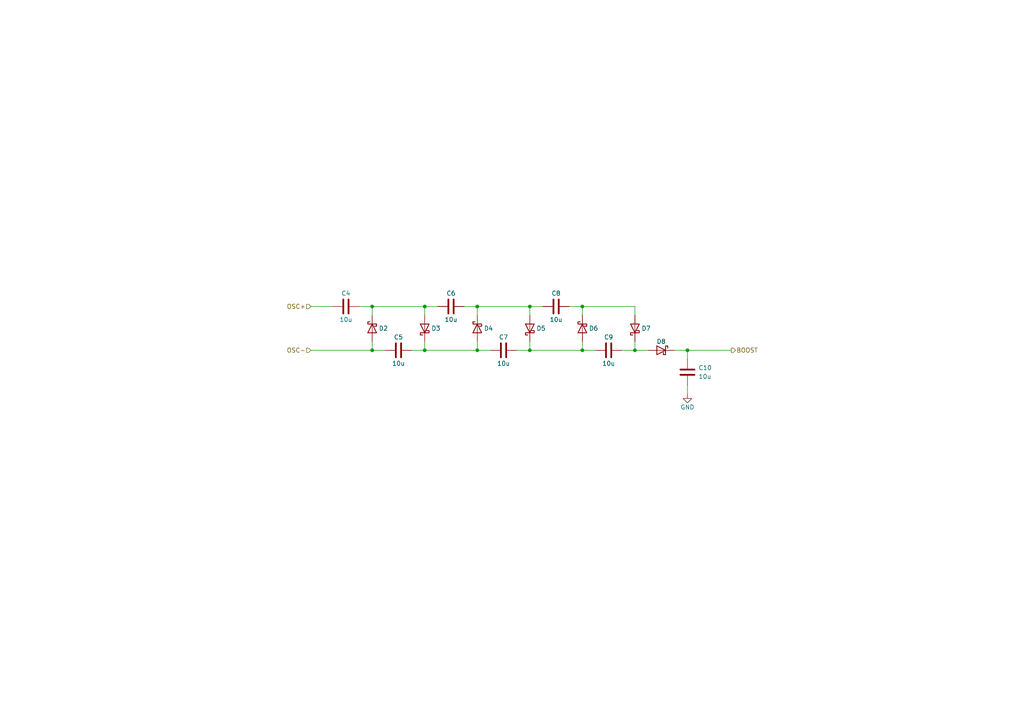
<source format=kicad_sch>
(kicad_sch (version 20230121) (generator eeschema)
  (paper "A4")
  (title_block (title "Ladder") (date "2024-03-13") (rev "0.1") (company "Adam Sher"))
  (lib_symbols
    (symbol "Device:C" (pin_numbers hide) (pin_names (offset 0.254))
      (property "Reference" "C" (at 0.635 2.54 0))
      (property "Value" "C" (at 0.635 -2.54 0))
      (symbol "C_0_1"
        (polyline (pts (xy -2.032 -0.762) (xy 2.032 -0.762)) (stroke (width 0.508)))
        (polyline (pts (xy -2.032 0.762) (xy 2.032 0.762)) (stroke (width 0.508)))
      )
      (symbol "C_1_1"
        (pin passive line (at 0 3.81 270) (length 2.794) (name "~") (number "1"))
        (pin passive line (at 0 -3.81 90) (length 2.794) (name "~") (number "2"))
      )
    )
    (symbol "Device:D_Schottky" (pin_numbers hide) (pin_names (offset 1.016) hide)
      (property "Reference" "D" (at 0 2.54 0))
      (property "Value" "D_Schottky" (at 0 -2.54 0))
      (symbol "D_Schottky_0_1"
        (polyline (pts (xy 1.27 0) (xy -1.27 0)))
        (polyline (pts (xy 1.27 1.27) (xy 1.27 -1.27) (xy -1.27 0) (xy 1.27 1.27)) (stroke (width 0.254)))
        (polyline (pts (xy -1.905 0.635) (xy -1.905 1.27) (xy -1.27 1.27) (xy -1.27 -1.27) (xy -0.635 -1.27) (xy -0.635 -0.635)) (stroke (width 0.254)))
      )
      (symbol "D_Schottky_1_1"
        (pin passive line (at -3.81 0 0) (length 2.54) (name "K") (number "1"))
        (pin passive line (at 3.81 0 180) (length 2.54) (name "A") (number "2"))
      )
    )
    (symbol "power:GND" (power) (pin_names (offset 0))
      (property "Value" "GND" (at 0 -3.81 0))
      (symbol "GND_0_1"
        (polyline (pts (xy 0 0) (xy 0 -1.27) (xy 1.27 -1.27) (xy 0 -2.54) (xy -1.27 -1.27) (xy 0 -1.27)))
      )
      (symbol "GND_1_1"
        (pin power_in line (at 0 0 270) (length 0) hide (name "GND") (number "1"))
      )
    )
  )
  (junction (at 184.15 101.6))
  (junction (at 107.95 88.9))
  (junction (at 138.43 88.9))
  (junction (at 153.67 101.6))
  (junction (at 123.19 88.9))
  (junction (at 153.67 88.9))
  (junction (at 199.39 101.6))
  (junction (at 107.95 101.6))
  (junction (at 123.19 101.6))
  (junction (at 138.43 101.6))
  (junction (at 168.91 88.9))
  (junction (at 168.91 101.6))
  (wire (pts (xy 195.58 101.6) (xy 199.39 101.6)))
  (wire (pts (xy 199.39 114.3) (xy 199.39 111.76)))
  (wire (pts (xy 168.91 88.9) (xy 168.91 91.44)))
  (wire (pts (xy 168.91 88.9) (xy 184.15 88.9)))
  (wire (pts (xy 107.95 101.6) (xy 111.76 101.6)))
  (wire (pts (xy 138.43 99.06) (xy 138.43 101.6)))
  (wire (pts (xy 138.43 101.6) (xy 142.24 101.6)))
  (wire (pts (xy 153.67 91.44) (xy 153.67 88.9)))
  (wire (pts (xy 123.19 88.9) (xy 127 88.9)))
  (wire (pts (xy 134.62 88.9) (xy 138.43 88.9)))
  (wire (pts (xy 123.19 101.6) (xy 138.43 101.6)))
  (wire (pts (xy 153.67 101.6) (xy 168.91 101.6)))
  (wire (pts (xy 184.15 99.06) (xy 184.15 101.6)))
  (wire (pts (xy 153.67 88.9) (xy 157.48 88.9)))
  (wire (pts (xy 90.17 88.9) (xy 96.52 88.9)))
  (wire (pts (xy 153.67 99.06) (xy 153.67 101.6)))
  (wire (pts (xy 138.43 88.9) (xy 153.67 88.9)))
  (wire (pts (xy 184.15 101.6) (xy 187.96 101.6)))
  (wire (pts (xy 138.43 88.9) (xy 138.43 91.44)))
  (wire (pts (xy 199.39 101.6) (xy 212.09 101.6)))
  (wire (pts (xy 168.91 99.06) (xy 168.91 101.6)))
  (wire (pts (xy 165.1 88.9) (xy 168.91 88.9)))
  (wire (pts (xy 107.95 88.9) (xy 107.95 91.44)))
  (wire (pts (xy 168.91 101.6) (xy 172.72 101.6)))
  (wire (pts (xy 107.95 99.06) (xy 107.95 101.6)))
  (wire (pts (xy 107.95 88.9) (xy 123.19 88.9)))
  (wire (pts (xy 123.19 91.44) (xy 123.19 88.9)))
  (wire (pts (xy 90.17 101.6) (xy 107.95 101.6)))
  (wire (pts (xy 149.86 101.6) (xy 153.67 101.6)))
  (wire (pts (xy 180.34 101.6) (xy 184.15 101.6)))
  (wire (pts (xy 184.15 91.44) (xy 184.15 88.9)))
  (wire (pts (xy 199.39 101.6) (xy 199.39 104.14)))
  (wire (pts (xy 123.19 99.06) (xy 123.19 101.6)))
  (wire (pts (xy 104.14 88.9) (xy 107.95 88.9)))
  (wire (pts (xy 119.38 101.6) (xy 123.19 101.6)))
  (hierarchical_label "OSC+" (shape input) (at 90.17 88.9 180))
  (hierarchical_label "BOOST" (shape output) (at 212.09 101.6 0))
  (hierarchical_label "OSC-" (shape input) (at 90.17 101.6 180))
  (symbol (lib_id "Device:D_Schottky") (at 191.77 101.6 0) (mirror y) (unit 1)
    (property "Reference" "D8" (at 191.77 99.06 0))
    (property "Value" "D_Schottky" (effects hide))
  )
  (symbol (lib_id "Device:C") (at 176.53 101.6 90) (unit 1)
    (property "Reference" "C9" (at 176.53 97.79 90))
    (property "Value" "10u" (at 176.53 105.41 90))
  )
  (symbol (lib_id "Device:C") (at 161.29 88.9 90) (unit 1)
    (property "Reference" "C8" (at 161.29 85.09 90))
    (property "Value" "10u" (at 161.29 92.71 90))
  )
  (symbol (lib_id "Device:D_Schottky") (at 153.67 95.25 90) (unit 1)
    (property "Reference" "D5" (at 155.575 95.25 90) (effects (justify right)))
    (property "Value" "D_Schottky" (effects hide))
  )
  (symbol (lib_id "Device:D_Schottky") (at 168.91 95.25 90) (mirror x) (unit 1)
    (property "Reference" "D6" (at 170.815 95.25 90) (effects (justify right)))
    (property "Value" "D_Schottky" (effects hide))
  )
  (symbol (lib_id "Device:D_Schottky") (at 184.15 95.25 90) (unit 1)
    (property "Reference" "D7" (at 186.055 95.25 90) (effects (justify right)))
    (property "Value" "D_Schottky" (effects hide))
  )
  (symbol (lib_id "Device:C") (at 115.57 101.6 90) (unit 1)
    (property "Reference" "C5" (at 115.57 97.79 90))
    (property "Value" "10u" (at 115.57 105.41 90))
  )
  (symbol (lib_id "Device:C") (at 199.39 107.95 0) (unit 1)
    (property "Reference" "C10" (at 202.565 106.68 0) (effects (justify left)))
    (property "Value" "10u" (at 202.565 109.22 0) (effects (justify left)))
  )
  (symbol (lib_id "Device:C") (at 130.81 88.9 90) (unit 1)
    (property "Reference" "C6" (at 130.81 85.09 90))
    (property "Value" "10u" (at 130.81 92.71 90))
  )
  (symbol (lib_id "Device:D_Schottky") (at 123.19 95.25 90) (unit 1)
    (property "Reference" "D3" (at 125.095 95.25 90) (effects (justify right)))
    (property "Value" "D_Schottky" (effects hide))
  )
  (symbol (lib_id "Device:C") (at 100.33 88.9 90) (unit 1)
    (property "Reference" "C4" (at 100.33 85.09 90))
    (property "Value" "10u" (at 100.33 92.71 90))
  )
  (symbol (lib_id "Device:D_Schottky") (at 107.95 95.25 90) (mirror x) (unit 1)
    (property "Reference" "D2" (at 109.855 95.25 90) (effects (justify right)))
    (property "Value" "D_Schottky" (effects hide))
  )
  (symbol (lib_id "Device:D_Schottky") (at 138.43 95.25 90) (mirror x) (unit 1)
    (property "Reference" "D4" (at 140.335 95.25 90) (effects (justify right)))
    (property "Value" "D_Schottky" (effects hide))
  )
  (symbol (lib_id "power:GND") (at 199.39 114.3 0) (unit 1)
    (property "Reference" "#PWR010" (effects hide))
    (property "Value" "GND" (at 199.39 118.11 0))
  )
  (symbol (lib_id "Device:C") (at 146.05 101.6 90) (unit 1)
    (property "Reference" "C7" (at 146.05 97.79 90))
    (property "Value" "10u" (at 146.05 105.41 90))
  )
)
</source>
